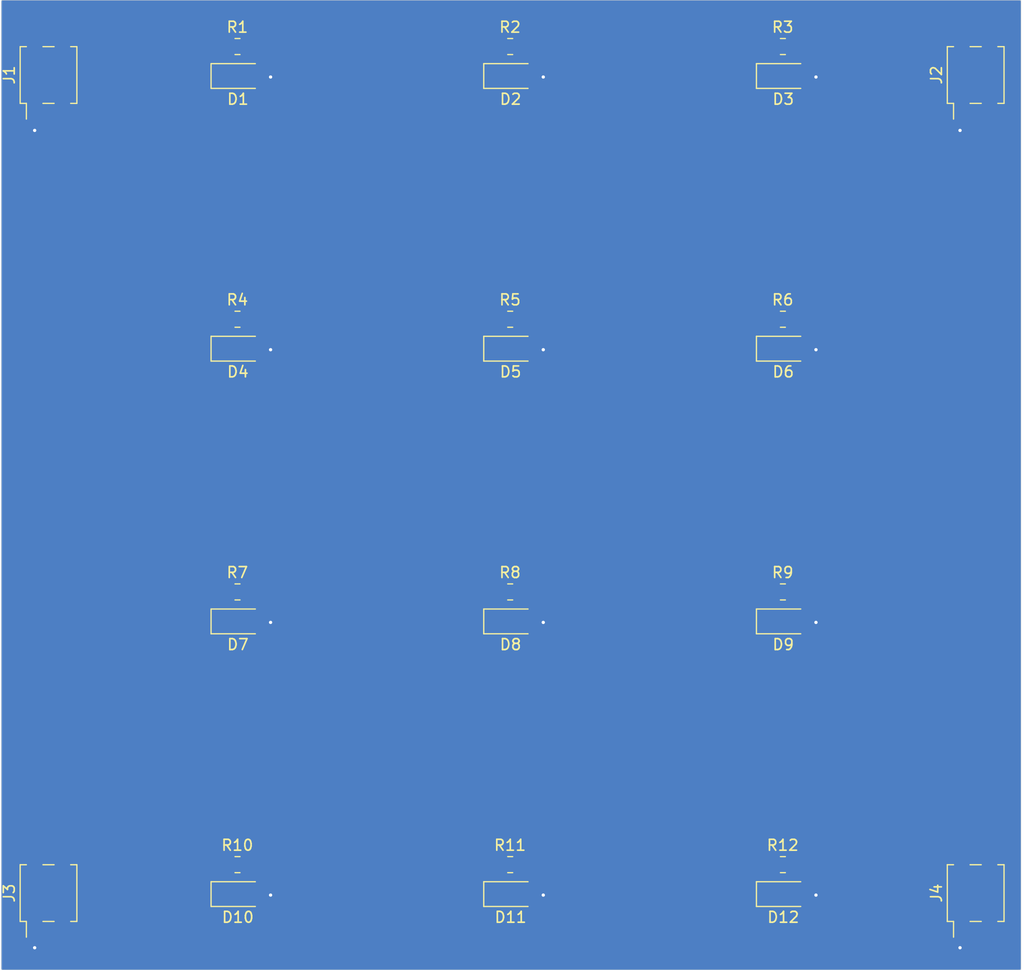
<source format=kicad_pcb>
(kicad_pcb (version 20221018) (generator pcbnew)
  (title_block (rev "1"))
  (layers (0 "F.Cu" signal "Front") (31 "B.Cu" signal "Back") (34 "B.Paste" user) (35 "F.Paste" user) (36 "B.SilkS" user "B.Silkscreen") (37 "F.SilkS" user "F.Silkscreen") (38 "B.Mask" user) (39 "F.Mask" user) (44 "Edge.Cuts" user))
  (net 0 "")
  (net 1 "Net-(D1-K)")
  (net 2 "/VLED")
  (net 3 "Net-(D2-K)")
  (net 4 "Net-(D3-K)")
  (net 5 "Net-(D4-K)")
  (net 6 "Net-(D5-K)")
  (net 7 "Net-(D6-K)")
  (net 8 "Net-(D7-K)")
  (net 9 "Net-(D8-K)")
  (net 10 "Net-(D9-K)")
  (net 11 "Net-(D10-K)")
  (net 12 "Net-(D11-K)")
  (net 13 "Net-(D12-K)")
  (net 14 "/LED1")
  (net 15 "/LED2")
  (net 16 "/LED3")
  (net 17 "/LED4")
  (net 18 "/LED5")
  (net 19 "/LED6")
  (net 20 "/LED7")
  (net 21 "/LED8")
  (net 22 "/LED9")
  (net 23 "/LED10")
  (net 24 "/LED11")
  (net 25 "/LED12")
  (footprint "Connector_PinHeader_2.54mm:PinHeader_2x02_P2.54mm_Vertical_SMD" (layer "F.Cu") (at 100.33 129.864 90)
    (fp_text reference "J3" (at 0 -3.6 90) (layer "F.SilkS"))
    (fp_text value "LED BOARD 3")
    (fp_line (start -4.04 -2.03) (end -2.6 -2.03) (stroke (width 0.12)) (layer "F.SilkS"))
    (fp_line (start -2.6 -2.6) (end -2.6 -2.03) (stroke (width 0.12)) (layer "F.SilkS"))
    (fp_line (start -2.6 -2.6) (end 2.6 -2.6) (stroke (width 0.12)) (layer "F.SilkS"))
    (fp_line (start -2.6 -0.51) (end -2.6 0.51) (stroke (width 0.12)) (layer "F.SilkS"))
    (fp_line (start -2.6 2.03) (end -2.6 2.6) (stroke (width 0.12)) (layer "F.SilkS"))
    (fp_line (start -2.6 2.6) (end 2.6 2.6) (stroke (width 0.12)) (layer "F.SilkS"))
    (fp_line (start 2.6 -2.6) (end 2.6 -2.03) (stroke (width 0.12)) (layer "F.SilkS"))
    (fp_line (start 2.6 -0.51) (end 2.6 0.51) (stroke (width 0.12)) (layer "F.SilkS"))
    (fp_line (start 2.6 2.03) (end 2.6 2.6) (stroke (width 0.12)) (layer "F.SilkS"))
    (pad "1" smd rect (at -2.525 -1.27 90) (size 3.15 1) (layers "F.Cu" "F.Paste" "F.Mask") (net 2 "/VLED"))
    (pad "2" smd rect (at 2.525 -1.27 90) (size 3.15 1) (layers "F.Cu" "F.Paste" "F.Mask") (net 20 "/LED7"))
    (pad "3" smd rect (at -2.525 1.27 90) (size 3.15 1) (layers "F.Cu" "F.Paste" "F.Mask") (net 21 "/LED8"))
    (pad "4" smd rect (at 2.525 1.27 90) (size 3.15 1) (layers "F.Cu" "F.Paste" "F.Mask") (net 22 "/LED9"))
  )
  (footprint "Resistor_SMD:R_0805_2012Metric_Pad1.20x1.40mm_HandSolder" (layer "F.Cu") (at 167.656 102.254 180)
    (fp_text reference "R9" (at 0.016 1.778) (layer "F.SilkS"))
    (fp_text value "4.7k")
    (fp_line (start -0.227064 -0.735) (end 0.227064 -0.735) (stroke (width 0.12)) (layer "F.SilkS"))
    (fp_line (start -0.227064 0.735) (end 0.227064 0.735) (stroke (width 0.12)) (layer "F.SilkS"))
    (pad "1" smd roundrect (at -1 0 180) (size 1.2 1.4) (layers "F.Cu" "F.Paste" "F.Mask") (roundrect_rratio 0.208333) (net 22 "/LED9"))
    (pad "2" smd roundrect (at 1 0 180) (size 1.2 1.4) (layers "F.Cu" "F.Paste" "F.Mask") (roundrect_rratio 0.208333) (net 10 "Net-(D9-K)"))
  )
  (footprint "LED_SMD:LED_1206_3216Metric_Pad1.42x1.75mm_HandSolder" (layer "F.Cu") (at 117.691 129.956)
    (fp_text reference "D10" (at 0 2.124) (layer "F.SilkS"))
    (fp_text value "LED" hide)
    (fp_line (start -2.46 -1.135) (end -2.46 1.135) (stroke (width 0.12)) (layer "F.SilkS"))
    (fp_line (start -2.46 1.135) (end 1.6 1.135) (stroke (width 0.12)) (layer "F.SilkS"))
    (fp_line (start 1.6 -1.135) (end -2.46 -1.135) (stroke (width 0.12)) (layer "F.SilkS"))
    (pad "1" smd roundrect (at -1.4875 0) (size 1.425 1.75) (layers "F.Cu" "F.Paste" "F.Mask") (roundrect_rratio 0.175439) (net 11 "Net-(D10-K)"))
    (pad "2" smd roundrect (at 1.4875 0) (size 1.425 1.75) (layers "F.Cu" "F.Paste" "F.Mask") (roundrect_rratio 0.175439) (net 2 "/VLED"))
  )
  (footprint "LED_SMD:LED_1206_3216Metric_Pad1.42x1.75mm_HandSolder" (layer "F.Cu") (at 117.691 54.956)
    (fp_text reference "D1" (at 0 2.124) (layer "F.SilkS"))
    (fp_text value "LED" hide)
    (fp_line (start -2.46 -1.135) (end -2.46 1.135) (stroke (width 0.12)) (layer "F.SilkS"))
    (fp_line (start -2.46 1.135) (end 1.6 1.135) (stroke (width 0.12)) (layer "F.SilkS"))
    (fp_line (start 1.6 -1.135) (end -2.46 -1.135) (stroke (width 0.12)) (layer "F.SilkS"))
    (pad "1" smd roundrect (at -1.4875 0) (size 1.425 1.75) (layers "F.Cu" "F.Paste" "F.Mask") (roundrect_rratio 0.175439) (net 1 "Net-(D1-K)"))
    (pad "2" smd roundrect (at 1.4875 0) (size 1.425 1.75) (layers "F.Cu" "F.Paste" "F.Mask") (roundrect_rratio 0.175439) (net 2 "/VLED"))
  )
  (footprint "Connector_PinHeader_2.54mm:PinHeader_2x02_P2.54mm_Vertical_SMD" (layer "F.Cu") (at 185.33 129.864 90)
    (fp_text reference "J4" (at 0 -3.6 90) (layer "F.SilkS"))
    (fp_text value "LED BOARD 4")
    (fp_line (start -4.04 -2.03) (end -2.6 -2.03) (stroke (width 0.12)) (layer "F.SilkS"))
    (fp_line (start -2.6 -2.6) (end -2.6 -2.03) (stroke (width 0.12)) (layer "F.SilkS"))
    (fp_line (start -2.6 -2.6) (end 2.6 -2.6) (stroke (width 0.12)) (layer "F.SilkS"))
    (fp_line (start -2.6 -0.51) (end -2.6 0.51) (stroke (width 0.12)) (layer "F.SilkS"))
    (fp_line (start -2.6 2.03) (end -2.6 2.6) (stroke (width 0.12)) (layer "F.SilkS"))
    (fp_line (start -2.6 2.6) (end 2.6 2.6) (stroke (width 0.12)) (layer "F.SilkS"))
    (fp_line (start 2.6 -2.6) (end 2.6 -2.03) (stroke (width 0.12)) (layer "F.SilkS"))
    (fp_line (start 2.6 -0.51) (end 2.6 0.51) (stroke (width 0.12)) (layer "F.SilkS"))
    (fp_line (start 2.6 2.03) (end 2.6 2.6) (stroke (width 0.12)) (layer "F.SilkS"))
    (pad "1" smd rect (at -2.525 -1.27 90) (size 3.15 1) (layers "F.Cu" "F.Paste" "F.Mask") (net 2 "/VLED"))
    (pad "2" smd rect (at 2.525 -1.27 90) (size 3.15 1) (layers "F.Cu" "F.Paste" "F.Mask") (net 23 "/LED10"))
    (pad "3" smd rect (at -2.525 1.27 90) (size 3.15 1) (layers "F.Cu" "F.Paste" "F.Mask") (net 24 "/LED11"))
    (pad "4" smd rect (at 2.525 1.27 90) (size 3.15 1) (layers "F.Cu" "F.Paste" "F.Mask") (net 25 "/LED12"))
  )
  (footprint "Resistor_SMD:R_0805_2012Metric_Pad1.20x1.40mm_HandSolder" (layer "F.Cu") (at 167.656 52.254 180)
    (fp_text reference "R3" (at 0.016 1.778) (layer "F.SilkS"))
    (fp_text value "4.7k")
    (fp_line (start -0.227064 -0.735) (end 0.227064 -0.735) (stroke (width 0.12)) (layer "F.SilkS"))
    (fp_line (start -0.227064 0.735) (end 0.227064 0.735) (stroke (width 0.12)) (layer "F.SilkS"))
    (pad "1" smd roundrect (at -1 0 180) (size 1.2 1.4) (layers "F.Cu" "F.Paste" "F.Mask") (roundrect_rratio 0.208333) (net 16 "/LED3"))
    (pad "2" smd roundrect (at 1 0 180) (size 1.2 1.4) (layers "F.Cu" "F.Paste" "F.Mask") (roundrect_rratio 0.208333) (net 4 "Net-(D3-K)"))
  )
  (footprint "LED_SMD:LED_1206_3216Metric_Pad1.42x1.75mm_HandSolder" (layer "F.Cu") (at 117.691 104.956)
    (fp_text reference "D7" (at 0 2.124) (layer "F.SilkS"))
    (fp_text value "LED" hide)
    (fp_line (start -2.46 -1.135) (end -2.46 1.135) (stroke (width 0.12)) (layer "F.SilkS"))
    (fp_line (start -2.46 1.135) (end 1.6 1.135) (stroke (width 0.12)) (layer "F.SilkS"))
    (fp_line (start 1.6 -1.135) (end -2.46 -1.135) (stroke (width 0.12)) (layer "F.SilkS"))
    (pad "1" smd roundrect (at -1.4875 0) (size 1.425 1.75) (layers "F.Cu" "F.Paste" "F.Mask") (roundrect_rratio 0.175439) (net 8 "Net-(D7-K)"))
    (pad "2" smd roundrect (at 1.4875 0) (size 1.425 1.75) (layers "F.Cu" "F.Paste" "F.Mask") (roundrect_rratio 0.175439) (net 2 "/VLED"))
  )
  (footprint "LED_SMD:LED_1206_3216Metric_Pad1.42x1.75mm_HandSolder" (layer "F.Cu") (at 167.691 79.956)
    (fp_text reference "D6" (at 0 2.124) (layer "F.SilkS"))
    (fp_text value "LED" hide)
    (fp_line (start -2.46 -1.135) (end -2.46 1.135) (stroke (width 0.12)) (layer "F.SilkS"))
    (fp_line (start -2.46 1.135) (end 1.6 1.135) (stroke (width 0.12)) (layer "F.SilkS"))
    (fp_line (start 1.6 -1.135) (end -2.46 -1.135) (stroke (width 0.12)) (layer "F.SilkS"))
    (pad "1" smd roundrect (at -1.4875 0) (size 1.425 1.75) (layers "F.Cu" "F.Paste" "F.Mask") (roundrect_rratio 0.175439) (net 7 "Net-(D6-K)"))
    (pad "2" smd roundrect (at 1.4875 0) (size 1.425 1.75) (layers "F.Cu" "F.Paste" "F.Mask") (roundrect_rratio 0.175439) (net 2 "/VLED"))
  )
  (footprint "LED_SMD:LED_1206_3216Metric_Pad1.42x1.75mm_HandSolder" (layer "F.Cu") (at 142.691 129.956)
    (fp_text reference "D11" (at 0 2.124) (layer "F.SilkS"))
    (fp_text value "LED" hide)
    (fp_line (start -2.46 -1.135) (end -2.46 1.135) (stroke (width 0.12)) (layer "F.SilkS"))
    (fp_line (start -2.46 1.135) (end 1.6 1.135) (stroke (width 0.12)) (layer "F.SilkS"))
    (fp_line (start 1.6 -1.135) (end -2.46 -1.135) (stroke (width 0.12)) (layer "F.SilkS"))
    (pad "1" smd roundrect (at -1.4875 0) (size 1.425 1.75) (layers "F.Cu" "F.Paste" "F.Mask") (roundrect_rratio 0.175439) (net 12 "Net-(D11-K)"))
    (pad "2" smd roundrect (at 1.4875 0) (size 1.425 1.75) (layers "F.Cu" "F.Paste" "F.Mask") (roundrect_rratio 0.175439) (net 2 "/VLED"))
  )
  (footprint "Resistor_SMD:R_0805_2012Metric_Pad1.20x1.40mm_HandSolder" (layer "F.Cu") (at 167.656 127.254 180)
    (fp_text reference "R12" (at 0.016 1.778) (layer "F.SilkS"))
    (fp_text value "4.7k")
    (fp_line (start -0.227064 -0.735) (end 0.227064 -0.735) (stroke (width 0.12)) (layer "F.SilkS"))
    (fp_line (start -0.227064 0.735) (end 0.227064 0.735) (stroke (width 0.12)) (layer "F.SilkS"))
    (pad "1" smd roundrect (at -1 0 180) (size 1.2 1.4) (layers "F.Cu" "F.Paste" "F.Mask") (roundrect_rratio 0.208333) (net 25 "/LED12"))
    (pad "2" smd roundrect (at 1 0 180) (size 1.2 1.4) (layers "F.Cu" "F.Paste" "F.Mask") (roundrect_rratio 0.208333) (net 13 "Net-(D12-K)"))
  )
  (footprint "Resistor_SMD:R_0805_2012Metric_Pad1.20x1.40mm_HandSolder" (layer "F.Cu") (at 117.656 127.254 180)
    (fp_text reference "R10" (at 0.016 1.778) (layer "F.SilkS"))
    (fp_text value "4.7k")
    (fp_line (start -0.227064 -0.735) (end 0.227064 -0.735) (stroke (width 0.12)) (layer "F.SilkS"))
    (fp_line (start -0.227064 0.735) (end 0.227064 0.735) (stroke (width 0.12)) (layer "F.SilkS"))
    (pad "1" smd roundrect (at -1 0 180) (size 1.2 1.4) (layers "F.Cu" "F.Paste" "F.Mask") (roundrect_rratio 0.208333) (net 23 "/LED10"))
    (pad "2" smd roundrect (at 1 0 180) (size 1.2 1.4) (layers "F.Cu" "F.Paste" "F.Mask") (roundrect_rratio 0.208333) (net 11 "Net-(D10-K)"))
  )
  (footprint "LED_SMD:LED_1206_3216Metric_Pad1.42x1.75mm_HandSolder" (layer "F.Cu") (at 167.691 54.956)
    (fp_text reference "D3" (at 0 2.124) (layer "F.SilkS"))
    (fp_text value "LED" hide)
    (fp_line (start -2.46 -1.135) (end -2.46 1.135) (stroke (width 0.12)) (layer "F.SilkS"))
    (fp_line (start -2.46 1.135) (end 1.6 1.135) (stroke (width 0.12)) (layer "F.SilkS"))
    (fp_line (start 1.6 -1.135) (end -2.46 -1.135) (stroke (width 0.12)) (layer "F.SilkS"))
    (pad "1" smd roundrect (at -1.4875 0) (size 1.425 1.75) (layers "F.Cu" "F.Paste" "F.Mask") (roundrect_rratio 0.175439) (net 4 "Net-(D3-K)"))
    (pad "2" smd roundrect (at 1.4875 0) (size 1.425 1.75) (layers "F.Cu" "F.Paste" "F.Mask") (roundrect_rratio 0.175439) (net 2 "/VLED"))
  )
  (footprint "Resistor_SMD:R_0805_2012Metric_Pad1.20x1.40mm_HandSolder" (layer "F.Cu") (at 117.656 52.254 180)
    (fp_text reference "R1" (at 0.016 1.778) (layer "F.SilkS"))
    (fp_text value "4.7k")
    (fp_line (start -0.227064 -0.735) (end 0.227064 -0.735) (stroke (width 0.12)) (layer "F.SilkS"))
    (fp_line (start -0.227064 0.735) (end 0.227064 0.735) (stroke (width 0.12)) (layer "F.SilkS"))
    (pad "1" smd roundrect (at -1 0 180) (size 1.2 1.4) (layers "F.Cu" "F.Paste" "F.Mask") (roundrect_rratio 0.208333) (net 14 "/LED1"))
    (pad "2" smd roundrect (at 1 0 180) (size 1.2 1.4) (layers "F.Cu" "F.Paste" "F.Mask") (roundrect_rratio 0.208333) (net 1 "Net-(D1-K)"))
  )
  (footprint "LED_SMD:LED_1206_3216Metric_Pad1.42x1.75mm_HandSolder" (layer "F.Cu") (at 142.691 54.956)
    (fp_text reference "D2" (at 0 2.124) (layer "F.SilkS"))
    (fp_text value "LED" hide)
    (fp_line (start -2.46 -1.135) (end -2.46 1.135) (stroke (width 0.12)) (layer "F.SilkS"))
    (fp_line (start -2.46 1.135) (end 1.6 1.135) (stroke (width 0.12)) (layer "F.SilkS"))
    (fp_line (start 1.6 -1.135) (end -2.46 -1.135) (stroke (width 0.12)) (layer "F.SilkS"))
    (pad "1" smd roundrect (at -1.4875 0) (size 1.425 1.75) (layers "F.Cu" "F.Paste" "F.Mask") (roundrect_rratio 0.175439) (net 3 "Net-(D2-K)"))
    (pad "2" smd roundrect (at 1.4875 0) (size 1.425 1.75) (layers "F.Cu" "F.Paste" "F.Mask") (roundrect_rratio 0.175439) (net 2 "/VLED"))
  )
  (footprint "LED_SMD:LED_1206_3216Metric_Pad1.42x1.75mm_HandSolder" (layer "F.Cu") (at 167.691 129.956)
    (fp_text reference "D12" (at 0 2.124) (layer "F.SilkS"))
    (fp_text value "LED" hide)
    (fp_line (start -2.46 -1.135) (end -2.46 1.135) (stroke (width 0.12)) (layer "F.SilkS"))
    (fp_line (start -2.46 1.135) (end 1.6 1.135) (stroke (width 0.12)) (layer "F.SilkS"))
    (fp_line (start 1.6 -1.135) (end -2.46 -1.135) (stroke (width 0.12)) (layer "F.SilkS"))
    (pad "1" smd roundrect (at -1.4875 0) (size 1.425 1.75) (layers "F.Cu" "F.Paste" "F.Mask") (roundrect_rratio 0.175439) (net 13 "Net-(D12-K)"))
    (pad "2" smd roundrect (at 1.4875 0) (size 1.425 1.75) (layers "F.Cu" "F.Paste" "F.Mask") (roundrect_rratio 0.175439) (net 2 "/VLED"))
  )
  (footprint "LED_SMD:LED_1206_3216Metric_Pad1.42x1.75mm_HandSolder" (layer "F.Cu") (at 142.691 104.956)
    (fp_text reference "D8" (at 0 2.124) (layer "F.SilkS"))
    (fp_text value "LED" hide)
    (fp_line (start -2.46 -1.135) (end -2.46 1.135) (stroke (width 0.12)) (layer "F.SilkS"))
    (fp_line (start -2.46 1.135) (end 1.6 1.135) (stroke (width 0.12)) (layer "F.SilkS"))
    (fp_line (start 1.6 -1.135) (end -2.46 -1.135) (stroke (width 0.12)) (layer "F.SilkS"))
    (pad "1" smd roundrect (at -1.4875 0) (size 1.425 1.75) (layers "F.Cu" "F.Paste" "F.Mask") (roundrect_rratio 0.175439) (net 9 "Net-(D8-K)"))
    (pad "2" smd roundrect (at 1.4875 0) (size 1.425 1.75) (layers "F.Cu" "F.Paste" "F.Mask") (roundrect_rratio 0.175439) (net 2 "/VLED"))
  )
  (footprint "Resistor_SMD:R_0805_2012Metric_Pad1.20x1.40mm_HandSolder" (layer "F.Cu") (at 167.656 77.254 180)
    (fp_text reference "R6" (at 0.016 1.778) (layer "F.SilkS"))
    (fp_text value "4.7k")
    (fp_line (start -0.227064 -0.735) (end 0.227064 -0.735) (stroke (width 0.12)) (layer "F.SilkS"))
    (fp_line (start -0.227064 0.735) (end 0.227064 0.735) (stroke (width 0.12)) (layer "F.SilkS"))
    (pad "1" smd roundrect (at -1 0 180) (size 1.2 1.4) (layers "F.Cu" "F.Paste" "F.Mask") (roundrect_rratio 0.208333) (net 19 "/LED6"))
    (pad "2" smd roundrect (at 1 0 180) (size 1.2 1.4) (layers "F.Cu" "F.Paste" "F.Mask") (roundrect_rratio 0.208333) (net 7 "Net-(D6-K)"))
  )
  (footprint "Connector_PinHeader_2.54mm:PinHeader_2x02_P2.54mm_Vertical_SMD" (layer "F.Cu") (at 185.33 54.864 90)
    (fp_text reference "J2" (at 0 -3.6 90) (layer "F.SilkS"))
    (fp_text value "LED BOARD 2")
    (fp_line (start -4.04 -2.03) (end -2.6 -2.03) (stroke (width 0.12)) (layer "F.SilkS"))
    (fp_line (start -2.6 -2.6) (end -2.6 -2.03) (stroke (width 0.12)) (layer "F.SilkS"))
    (fp_line (start -2.6 -2.6) (end 2.6 -2.6) (stroke (width 0.12)) (layer "F.SilkS"))
    (fp_line (start -2.6 -0.51) (end -2.6 0.51) (stroke (width 0.12)) (layer "F.SilkS"))
    (fp_line (start -2.6 2.03) (end -2.6 2.6) (stroke (width 0.12)) (layer "F.SilkS"))
    (fp_line (start -2.6 2.6) (end 2.6 2.6) (stroke (width 0.12)) (layer "F.SilkS"))
    (fp_line (start 2.6 -2.6) (end 2.6 -2.03) (stroke (width 0.12)) (layer "F.SilkS"))
    (fp_line (start 2.6 -0.51) (end 2.6 0.51) (stroke (width 0.12)) (layer "F.SilkS"))
    (fp_line (start 2.6 2.03) (end 2.6 2.6) (stroke (width 0.12)) (layer "F.SilkS"))
    (pad "1" smd rect (at -2.525 -1.27 90) (size 3.15 1) (layers "F.Cu" "F.Paste" "F.Mask") (net 2 "/VLED"))
    (pad "2" smd rect (at 2.525 -1.27 90) (size 3.15 1) (layers "F.Cu" "F.Paste" "F.Mask") (net 17 "/LED4"))
    (pad "3" smd rect (at -2.525 1.27 90) (size 3.15 1) (layers "F.Cu" "F.Paste" "F.Mask") (net 18 "/LED5"))
    (pad "4" smd rect (at 2.525 1.27 90) (size 3.15 1) (layers "F.Cu" "F.Paste" "F.Mask") (net 19 "/LED6"))
  )
  (footprint "Resistor_SMD:R_0805_2012Metric_Pad1.20x1.40mm_HandSolder" (layer "F.Cu") (at 117.656 102.254 180)
    (fp_text reference "R7" (at 0.016 1.778) (layer "F.SilkS"))
    (fp_text value "4.7k")
    (fp_line (start -0.227064 -0.735) (end 0.227064 -0.735) (stroke (width 0.12)) (layer "F.SilkS"))
    (fp_line (start -0.227064 0.735) (end 0.227064 0.735) (stroke (width 0.12)) (layer "F.SilkS"))
    (pad "1" smd roundrect (at -1 0 180) (size 1.2 1.4) (layers "F.Cu" "F.Paste" "F.Mask") (roundrect_rratio 0.208333) (net 20 "/LED7"))
    (pad "2" smd roundrect (at 1 0 180) (size 1.2 1.4) (layers "F.Cu" "F.Paste" "F.Mask") (roundrect_rratio 0.208333) (net 8 "Net-(D7-K)"))
  )
  (footprint "Connector_PinHeader_2.54mm:PinHeader_2x02_P2.54mm_Vertical_SMD" (layer "F.Cu") (at 100.33 54.864 90)
    (fp_text reference "J1" (at 0 -3.6 90) (layer "F.SilkS"))
    (fp_text value "LED BOARD 1")
    (fp_line (start -4.04 -2.03) (end -2.6 -2.03) (stroke (width 0.12)) (layer "F.SilkS"))
    (fp_line (start -2.6 -2.6) (end -2.6 -2.03) (stroke (width 0.12)) (layer "F.SilkS"))
    (fp_line (start -2.6 -2.6) (end 2.6 -2.6) (stroke (width 0.12)) (layer "F.SilkS"))
    (fp_line (start -2.6 -0.51) (end -2.6 0.51) (stroke (width 0.12)) (layer "F.SilkS"))
    (fp_line (start -2.6 2.03) (end -2.6 2.6) (stroke (width 0.12)) (layer "F.SilkS"))
    (fp_line (start -2.6 2.6) (end 2.6 2.6) (stroke (width 0.12)) (layer "F.SilkS"))
    (fp_line (start 2.6 -2.6) (end 2.6 -2.03) (stroke (width 0.12)) (layer "F.SilkS"))
    (fp_line (start 2.6 -0.51) (end 2.6 0.51) (stroke (width 0.12)) (layer "F.SilkS"))
    (fp_line (start 2.6 2.03) (end 2.6 2.6) (stroke (width 0.12)) (layer "F.SilkS"))
    (pad "1" smd rect (at -2.525 -1.27 90) (size 3.15 1) (layers "F.Cu" "F.Paste" "F.Mask") (net 2 "/VLED"))
    (pad "2" smd rect (at 2.525 -1.27 90) (size 3.15 1) (layers "F.Cu" "F.Paste" "F.Mask") (net 14 "/LED1"))
    (pad "3" smd rect (at -2.525 1.27 90) (size 3.15 1) (layers "F.Cu" "F.Paste" "F.Mask") (net 15 "/LED2"))
    (pad "4" smd rect (at 2.525 1.27 90) (size 3.15 1) (layers "F.Cu" "F.Paste" "F.Mask") (net 16 "/LED3"))
  )
  (footprint "LED_SMD:LED_1206_3216Metric_Pad1.42x1.75mm_HandSolder" (layer "F.Cu") (at 167.691 104.956)
    (fp_text reference "D9" (at 0 2.124) (layer "F.SilkS"))
    (fp_text value "LED" hide)
    (fp_line (start -2.46 -1.135) (end -2.46 1.135) (stroke (width 0.12)) (layer "F.SilkS"))
    (fp_line (start -2.46 1.135) (end 1.6 1.135) (stroke (width 0.12)) (layer "F.SilkS"))
    (fp_line (start 1.6 -1.135) (end -2.46 -1.135) (stroke (width 0.12)) (layer "F.SilkS"))
    (pad "1" smd roundrect (at -1.4875 0) (size 1.425 1.75) (layers "F.Cu" "F.Paste" "F.Mask") (roundrect_rratio 0.175439) (net 10 "Net-(D9-K)"))
    (pad "2" smd roundrect (at 1.4875 0) (size 1.425 1.75) (layers "F.Cu" "F.Paste" "F.Mask") (roundrect_rratio 0.175439) (net 2 "/VLED"))
  )
  (footprint "LED_SMD:LED_1206_3216Metric_Pad1.42x1.75mm_HandSolder" (layer "F.Cu") (at 117.691 79.956)
    (fp_text reference "D4" (at 0 2.124) (layer "F.SilkS"))
    (fp_text value "LED" hide)
    (fp_line (start -2.46 -1.135) (end -2.46 1.135) (stroke (width 0.12)) (layer "F.SilkS"))
    (fp_line (start -2.46 1.135) (end 1.6 1.135) (stroke (width 0.12)) (layer "F.SilkS"))
    (fp_line (start 1.6 -1.135) (end -2.46 -1.135) (stroke (width 0.12)) (layer "F.SilkS"))
    (pad "1" smd roundrect (at -1.4875 0) (size 1.425 1.75) (layers "F.Cu" "F.Paste" "F.Mask") (roundrect_rratio 0.175439) (net 5 "Net-(D4-K)"))
    (pad "2" smd roundrect (at 1.4875 0) (size 1.425 1.75) (layers "F.Cu" "F.Paste" "F.Mask") (roundrect_rratio 0.175439) (net 2 "/VLED"))
  )
  (footprint "Resistor_SMD:R_0805_2012Metric_Pad1.20x1.40mm_HandSolder" (layer "F.Cu") (at 142.656 77.254 180)
    (fp_text reference "R5" (at 0.016 1.778) (layer "F.SilkS"))
    (fp_text value "4.7k")
    (fp_line (start -0.227064 -0.735) (end 0.227064 -0.735) (stroke (width 0.12)) (layer "F.SilkS"))
    (fp_line (start -0.227064 0.735) (end 0.227064 0.735) (stroke (width 0.12)) (layer "F.SilkS"))
    (pad "1" smd roundrect (at -1 0 180) (size 1.2 1.4) (layers "F.Cu" "F.Paste" "F.Mask") (roundrect_rratio 0.208333) (net 18 "/LED5"))
    (pad "2" smd roundrect (at 1 0 180) (size 1.2 1.4) (layers "F.Cu" "F.Paste" "F.Mask") (roundrect_rratio 0.208333) (net 6 "Net-(D5-K)"))
  )
  (footprint "Resistor_SMD:R_0805_2012Metric_Pad1.20x1.40mm_HandSolder" (layer "F.Cu") (at 142.656 52.254 180)
    (fp_text reference "R2" (at 0.016 1.778) (layer "F.SilkS"))
    (fp_text value "4.7k")
    (fp_line (start -0.227064 -0.735) (end 0.227064 -0.735) (stroke (width 0.12)) (layer "F.SilkS"))
    (fp_line (start -0.227064 0.735) (end 0.227064 0.735) (stroke (width 0.12)) (layer "F.SilkS"))
    (pad "1" smd roundrect (at -1 0 180) (size 1.2 1.4) (layers "F.Cu" "F.Paste" "F.Mask") (roundrect_rratio 0.208333) (net 15 "/LED2"))
    (pad "2" smd roundrect (at 1 0 180) (size 1.2 1.4) (layers "F.Cu" "F.Paste" "F.Mask") (roundrect_rratio 0.208333) (net 3 "Net-(D2-K)"))
  )
  (footprint "Resistor_SMD:R_0805_2012Metric_Pad1.20x1.40mm_HandSolder" (layer "F.Cu") (at 117.656 77.254 180)
    (fp_text reference "R4" (at 0.016 1.778) (layer "F.SilkS"))
    (fp_text value "4.7k")
    (fp_line (start -0.227064 -0.735) (end 0.227064 -0.735) (stroke (width 0.12)) (layer "F.SilkS"))
    (fp_line (start -0.227064 0.735) (end 0.227064 0.735) (stroke (width 0.12)) (layer "F.SilkS"))
    (pad "1" smd roundrect (at -1 0 180) (size 1.2 1.4) (layers "F.Cu" "F.Paste" "F.Mask") (roundrect_rratio 0.208333) (net 17 "/LED4"))
    (pad "2" smd roundrect (at 1 0 180) (size 1.2 1.4) (layers "F.Cu" "F.Paste" "F.Mask") (roundrect_rratio 0.208333) (net 5 "Net-(D4-K)"))
  )
  (footprint "Resistor_SMD:R_0805_2012Metric_Pad1.20x1.40mm_HandSolder" (layer "F.Cu") (at 142.656 102.254 180)
    (fp_text reference "R8" (at 0.016 1.778) (layer "F.SilkS"))
    (fp_text value "4.7k")
    (fp_line (start -0.227064 -0.735) (end 0.227064 -0.735) (stroke (width 0.12)) (layer "F.SilkS"))
    (fp_line (start -0.227064 0.735) (end 0.227064 0.735) (stroke (width 0.12)) (layer "F.SilkS"))
    (pad "1" smd roundrect (at -1 0 180) (size 1.2 1.4) (layers "F.Cu" "F.Paste" "F.Mask") (roundrect_rratio 0.208333) (net 21 "/LED8"))
    (pad "2" smd roundrect (at 1 0 180) (size 1.2 1.4) (layers "F.Cu" "F.Paste" "F.Mask") (roundrect_rratio 0.208333) (net 9 "Net-(D8-K)"))
  )
  (footprint "Resistor_SMD:R_0805_2012Metric_Pad1.20x1.40mm_HandSolder" (layer "F.Cu") (at 142.656 127.254 180)
    (fp_text reference "R11" (at 0.016 1.778) (layer "F.SilkS"))
    (fp_text value "4.7k")
    (fp_line (start -0.227064 -0.735) (end 0.227064 -0.735) (stroke (width 0.12)) (layer "F.SilkS"))
    (fp_line (start -0.227064 0.735) (end 0.227064 0.735) (stroke (width 0.12)) (layer "F.SilkS"))
    (pad "1" smd roundrect (at -1 0 180) (size 1.2 1.4) (layers "F.Cu" "F.Paste" "F.Mask") (roundrect_rratio 0.208333) (net 24 "/LED11"))
    (pad "2" smd roundrect (at 1 0 180) (size 1.2 1.4) (layers "F.Cu" "F.Paste" "F.Mask") (roundrect_rratio 0.208333) (net 12 "Net-(D11-K)"))
  )
  (footprint "LED_SMD:LED_1206_3216Metric_Pad1.42x1.75mm_HandSolder" (layer "F.Cu") (at 142.691 79.956)
    (fp_text reference "D5" (at 0 2.124) (layer "F.SilkS"))
    (fp_text value "LED" hide)
    (fp_line (start -2.46 -1.135) (end -2.46 1.135) (stroke (width 0.12)) (layer "F.SilkS"))
    (fp_line (start -2.46 1.135) (end 1.6 1.135) (stroke (width 0.12)) (layer "F.SilkS"))
    (fp_line (start 1.6 -1.135) (end -2.46 -1.135) (stroke (width 0.12)) (layer "F.SilkS"))
    (pad "1" smd roundrect (at -1.4875 0) (size 1.425 1.75) (layers "F.Cu" "F.Paste" "F.Mask") (roundrect_rratio 0.175439) (net 6 "Net-(D5-K)"))
    (pad "2" smd roundrect (at 1.4875 0) (size 1.425 1.75) (layers "F.Cu" "F.Paste" "F.Mask") (roundrect_rratio 0.175439) (net 2 "/VLED"))
  )
  (gr_rect (start 96.012 48.006) (end 189.484 136.906) (stroke (width 0.0381)) (fill none) (layer "Edge.Cuts"))
  (segment (start 116.656 52.254) (end 116.656 54.5035) (width 0.4) (layer "F.Cu") (net 1))
  (segment (start 116.656 54.5035) (end 116.2035 54.956) (width 0.4) (layer "F.Cu") (net 1))
  (segment (start 144.1785 104.956) (end 145.596 104.956) (width 0.4) (layer "F.Cu") (net 2))
  (segment (start 120.596 54.956) (end 120.688 55.048) (width 0.4) (layer "F.Cu") (net 2))
  (segment (start 170.596 129.956) (end 170.688 130.048) (width 0.4) (layer "F.Cu") (net 2))
  (segment (start 184.06 59.78) (end 183.896 59.944) (width 0.127) (layer "F.Cu") (net 2))
  (segment (start 169.1785 104.956) (end 170.596 104.956) (width 0.4) (layer "F.Cu") (net 2))
  (segment (start 184.06 134.71) (end 183.896 134.874) (width 0.4) (layer "F.Cu") (net 2))
  (segment (start 144.1785 79.956) (end 145.596 79.956) (width 0.4) (layer "F.Cu") (net 2))
  (segment (start 145.596 54.956) (end 145.688 55.048) (width 0.4) (layer "F.Cu") (net 2))
  (segment (start 120.596 129.956) (end 120.688 130.048) (width 0.4) (layer "F.Cu") (net 2))
  (segment (start 119.1785 129.956) (end 120.596 129.956) (width 0.4) (layer "F.Cu") (net 2))
  (segment (start 119.1785 54.956) (end 120.596 54.956) (width 0.4) (layer "F.Cu") (net 2))
  (segment (start 99.06 59.944) (end 99.06 57.389) (width 0.4) (layer "F.Cu") (net 2))
  (segment (start 184.06 132.389) (end 184.06 134.71) (width 0.4) (layer "F.Cu") (net 2))
  (segment (start 119.1785 79.956) (end 120.596 79.956) (width 0.4) (layer "F.Cu") (net 2))
  (segment (start 145.596 79.956) (end 145.688 80.048) (width 0.4) (layer "F.Cu") (net 2))
  (segment (start 145.596 104.956) (end 145.688 105.048) (width 0.4) (layer "F.Cu") (net 2))
  (segment (start 120.596 104.956) (end 120.688 105.048) (width 0.4) (layer "F.Cu") (net 2))
  (segment (start 145.596 129.956) (end 145.688 130.048) (width 0.4) (layer "F.Cu") (net 2))
  (segment (start 99.06 132.389) (end 99.06 134.874) (width 0.4) (layer "F.Cu") (net 2))
  (segment (start 144.1785 54.956) (end 145.596 54.956) (width 0.4) (layer "F.Cu") (net 2))
  (segment (start 170.596 104.956) (end 170.688 105.048) (width 0.4) (layer "F.Cu") (net 2))
  (segment (start 144.1785 129.956) (end 145.596 129.956) (width 0.4) (layer "F.Cu") (net 2))
  (segment (start 170.596 79.956) (end 170.688 80.048) (width 0.4) (layer "F.Cu") (net 2))
  (segment (start 170.596 54.956) (end 170.688 55.048) (width 0.4) (layer "F.Cu") (net 2))
  (segment (start 169.1785 79.956) (end 170.596 79.956) (width 0.4) (layer "F.Cu") (net 2))
  (segment (start 120.596 79.956) (end 120.688 80.048) (width 0.4) (layer "F.Cu") (net 2))
  (segment (start 169.1785 129.956) (end 170.596 129.956) (width 0.4) (layer "F.Cu") (net 2))
  (segment (start 184.06 57.389) (end 184.06 59.78) (width 0.6) (layer "F.Cu") (net 2))
  (segment (start 169.1785 54.956) (end 170.596 54.956) (width 0.4) (layer "F.Cu") (net 2))
  (segment (start 119.1785 104.956) (end 120.596 104.956) (width 0.4) (layer "F.Cu") (net 2))
  (via (at 145.688 55.048) (size 0.6) (drill 0.3) (layers "F.Cu" "B.Cu") (net 2))
  (via (at 170.688 80.048) (size 0.6) (drill 0.3) (layers "F.Cu" "B.Cu") (net 2))
  (via (at 120.688 130.048) (size 0.6) (drill 0.3) (layers "F.Cu" "B.Cu") (net 2))
  (via (at 170.688 130.048) (size 0.6) (drill 0.3) (layers "F.Cu" "B.Cu") (net 2))
  (via (at 183.896 134.874) (size 0.6) (drill 0.3) (layers "F.Cu" "B.Cu") (net 2))
  (via (at 145.688 130.048) (size 0.6) (drill 0.3) (layers "F.Cu" "B.Cu") (net 2))
  (via (at 170.688 55.048) (size 0.6) (drill 0.3) (layers "F.Cu" "B.Cu") (net 2))
  (via (at 145.688 105.048) (size 0.6) (drill 0.3) (layers "F.Cu" "B.Cu") (net 2))
  (via (at 183.896 59.944) (size 0.6) (drill 0.3) (layers "F.Cu" "B.Cu") (net 2))
  (via (at 120.688 55.048) (size 0.6) (drill 0.3) (layers "F.Cu" "B.Cu") (net 2))
  (via (at 120.688 105.048) (size 0.6) (drill 0.3) (layers "F.Cu" "B.Cu") (net 2))
  (via (at 145.688 80.048) (size 0.6) (drill 0.3) (layers "F.Cu" "B.Cu") (net 2))
  (via (at 120.688 80.048) (size 0.6) (drill 0.3) (layers "F.Cu" "B.Cu") (net 2))
  (via (at 99.06 59.944) (size 0.6) (drill 0.3) (layers "F.Cu" "B.Cu") (net 2))
  (via (at 170.688 105.048) (size 0.6) (drill 0.3) (layers "F.Cu" "B.Cu") (net 2))
  (via (at 99.06 134.874) (size 0.6) (drill 0.3) (layers "F.Cu" "B.Cu") (net 2))
  (segment (start 120.688 105.048) (end 145.688 105.048) (width 0.4) (layer "B.Cu") (net 2))
  (segment (start 115.862 134.874) (end 120.688 130.048) (width 0.4) (layer "B.Cu") (net 2))
  (segment (start 183.896 134.874) (end 175.514 134.874) (width 0.4) (layer "B.Cu") (net 2))
  (segment (start 145.688 130.048) (end 170.688 130.048) (width 0.4) (layer "B.Cu") (net 2))
  (segment (start 183.896 59.944) (end 184.15 60.198) (width 0.6) (layer "B.Cu") (net 2))
  (segment (start 184.15 63.246) (end 184.15 66.586) (width 0.4) (layer "B.Cu") (net 2))
  (segment (start 170.688 105.048) (end 170.688 80.048) (width 0.4) (layer "B.Cu") (net 2))
  (segment (start 184.15 66.586) (end 170.688 80.048) (width 0.4) (layer "B.Cu") (net 2))
  (segment (start 170.688 55.048) (end 173.044 57.404) (width 0.4) (layer "B.Cu") (net 2))
  (segment (start 170.688 80.048) (end 145.688 80.048) (width 0.4) (layer "B.Cu") (net 2))
  (segment (start 120.688 130.048) (end 145.688 130.048) (width 0.4) (layer "B.Cu") (net 2))
  (segment (start 145.688 55.048) (end 170.688 55.048) (width 0.4) (layer "B.Cu") (net 2))
  (segment (start 145.688 80.048) (end 120.688 80.048) (width 0.4) (layer "B.Cu") (net 2))
  (segment (start 120.688 55.048) (end 115.792 59.944) (width 0.4) (layer "B.Cu") (net 2))
  (segment (start 170.688 130.048) (end 170.688 105.048) (width 0.4) (layer "B.Cu") (net 2))
  (segment (start 175.514 134.874) (end 170.688 130.048) (width 0.4) (layer "B.Cu") (net 2))
  (segment (start 115.792 59.944) (end 99.06 59.944) (width 0.4) (layer "B.Cu") (net 2))
  (segment (start 173.044 57.404) (end 178.308 57.404) (width 0.4) (layer "B.Cu") (net 2))
  (segment (start 120.688 55.048) (end 145.688 55.048) (width 0.4) (layer "B.Cu") (net 2))
  (segment (start 99.06 134.874) (end 115.862 134.874) (width 0.4) (layer "B.Cu") (net 2))
  (segment (start 145.688 105.048) (end 170.688 105.048) (width 0.4) (layer "B.Cu") (net 2))
  (segment (start 184.15 60.198) (end 184.15 63.246) (width 0.6) (layer "B.Cu") (net 2))
  (segment (start 178.308 57.404) (end 184.15 63.246) (width 0.4) (layer "B.Cu") (net 2))
  (segment (start 141.656 52.254) (end 141.656 54.5035) (width 0.4) (layer "F.Cu") (net 3))
  (segment (start 141.656 54.5035) (end 141.2035 54.956) (width 0.4) (layer "F.Cu") (net 3))
  (segment (start 166.656 54.5035) (end 166.2035 54.956) (width 0.4) (layer "F.Cu") (net 4))
  (segment (start 166.656 52.254) (end 166.656 54.5035) (width 0.4) (layer "F.Cu") (net 4))
  (segment (start 116.656 79.5035) (end 116.2035 79.956) (width 0.4) (layer "F.Cu") (net 5))
  (segment (start 116.656 77.254) (end 116.656 79.5035) (width 0.4) (layer "F.Cu") (net 5))
  (segment (start 141.656 79.5035) (end 141.2035 79.956) (width 0.4) (layer "F.Cu") (net 6))
  (segment (start 141.656 77.254) (end 141.656 79.5035) (width 0.4) (layer "F.Cu") (net 6))
  (segment (start 166.656 79.5035) (end 166.2035 79.956) (width 0.4) (layer "F.Cu") (net 7))
  (segment (start 166.656 77.254) (end 166.656 79.5035) (width 0.4) (layer "F.Cu") (net 7))
  (segment (start 116.656 104.5035) (end 116.2035 104.956) (width 0.4) (layer "F.Cu") (net 8))
  (segment (start 116.656 102.254) (end 116.656 104.5035) (width 0.4) (layer "F.Cu") (net 8))
  (segment (start 141.656 102.254) (end 141.656 104.5035) (width 0.4) (layer "F.Cu") (net 9))
  (segment (start 141.656 104.5035) (end 141.2035 104.956) (width 0.4) (layer "F.Cu") (net 9))
  (segment (start 166.656 102.254) (end 166.656 104.5035) (width 0.4) (layer "F.Cu") (net 10))
  (segment (start 166.656 104.5035) (end 166.2035 104.956) (width 0.4) (layer "F.Cu") (net 10))
  (segment (start 116.656 127.254) (end 116.656 129.5035) (width 0.4) (layer "F.Cu") (net 11))
  (segment (start 116.656 129.5035) (end 116.2035 129.956) (width 0.4) (layer "F.Cu") (net 11))
  (segment (start 141.656 127.254) (end 141.656 129.5035) (width 0.4) (layer "F.Cu") (net 12))
  (segment (start 141.656 129.5035) (end 141.2035 129.956) (width 0.4) (layer "F.Cu") (net 12))
  (segment (start 166.656 127.254) (end 166.656 129.5035) (width 0.4) (layer "F.Cu") (net 13))
  (segment (start 166.656 129.5035) (end 166.2035 129.956) (width 0.4) (layer "F.Cu") (net 13))
  (segment (start 100.962 50.437) (end 116.839 50.437) (width 0.4) (layer "F.Cu") (net 14))
  (segment (start 116.839 50.437) (end 118.656 52.254) (width 0.4) (layer "F.Cu") (net 14))
  (segment (start 99.06 52.339) (end 100.962 50.437) (width 0.4) (layer "F.Cu") (net 14))
  (segment (start 143.002 50.546) (end 143.656 51.2) (width 0.4) (layer "F.Cu") (net 15))
  (segment (start 131.826 59.436) (end 140.716 50.546) (width 0.4) (layer "F.Cu") (net 15))
  (segment (start 101.6 57.389) (end 103.647 59.436) (width 0.4) (layer "F.Cu") (net 15))
  (segment (start 143.656 51.2) (end 143.656 52.254) (width 0.4) (layer "F.Cu") (net 15))
  (segment (start 103.647 59.436) (end 131.826 59.436) (width 0.4) (layer "F.Cu") (net 15))
  (segment (start 140.716 50.546) (end 143.002 50.546) (width 0.4) (layer "F.Cu") (net 15))
  (segment (start 105.171 52.339) (end 110.744 57.912) (width 0.4) (layer "F.Cu") (net 16))
  (segment (start 166.532 49.276) (end 168.656 51.4) (width 0.4) (layer "F.Cu") (net 16))
  (segment (start 101.6 52.339) (end 105.171 52.339) (width 0.4) (layer "F.Cu") (net 16))
  (segment (start 110.744 57.912) (end 130.556 57.912) (width 0.4) (layer "F.Cu") (net 16))
  (segment (start 139.192 49.276) (end 166.532 49.276) (width 0.4) (layer "F.Cu") (net 16))
  (segment (start 130.556 57.912) (end 139.192 49.276) (width 0.4) (layer "F.Cu") (net 16))
  (segment (start 168.656 51.4) (end 168.656 52.254) (width 0.4) (layer "F.Cu") (net 16))
  (segment (start 179.817 52.339) (end 168.402 63.754) (width 0.4) (layer "F.Cu") (net 17))
  (segment (start 132.156 63.754) (end 118.656 77.254) (width 0.4) (layer "F.Cu") (net 17))
  (segment (start 168.402 63.754) (end 132.156 63.754) (width 0.4) (layer "F.Cu") (net 17))
  (segment (start 184.06 52.339) (end 179.817 52.339) (width 0.4) (layer "F.Cu") (net 17))
  (segment (start 160.998 77.254) (end 183.134 55.118) (width 0.4) (layer "F.Cu") (net 18))
  (segment (start 143.656 77.254) (end 160.998 77.254) (width 0.4) (layer "F.Cu") (net 18))
  (segment (start 185.166 55.118) (end 186.6 56.552) (width 0.4) (layer "F.Cu") (net 18))
  (segment (start 186.6 56.552) (end 186.6 57.389) (width 0.4) (layer "F.Cu") (net 18))
  (segment (start 183.134 55.118) (end 185.166 55.118) (width 0.4) (layer "F.Cu") (net 18))
  (segment (start 187.96 65.786) (end 180.124 65.786) (width 0.4) (layer "F.Cu") (net 19))
  (segment (start 187.96 53.699) (end 187.96 65.786) (width 0.4) (layer "F.Cu") (net 19))
  (segment (start 186.6 52.339) (end 187.96 53.699) (width 0.4) (layer "F.Cu") (net 19))
  (segment (start 180.124 65.786) (end 168.656 77.254) (width 0.4) (layer "F.Cu") (net 19))
  (segment (start 99.06 127.339) (end 99.06 124.968) (width 0.4) (layer "F.Cu") (net 20))
  (segment (start 106.426 123.698) (end 124.206 105.918) (width 0.4) (layer "F.Cu") (net 20))
  (segment (start 99.06 124.968) (end 100.33 123.698) (width 0.4) (layer "F.Cu") (net 20))
  (segment (start 124.206 102.87) (end 123.59 102.254) (width 0.4) (layer "F.Cu") (net 20))
  (segment (start 124.206 105.918) (end 124.206 102.87) (width 0.4) (layer "F.Cu") (net 20))
  (segment (start 100.33 123.698) (end 106.426 123.698) (width 0.4) (layer "F.Cu") (net 20))
  (segment (start 123.59 102.254) (end 118.656 102.254) (width 0.4) (layer "F.Cu") (net 20))
  (segment (start 101.6 132.389) (end 102.815 132.389) (width 0.4) (layer "F.Cu") (net 21))
  (segment (start 143.656 100.33) (end 143.656 102.254) (width 0.4) (layer "F.Cu") (net 21))
  (segment (start 134.874 100.33) (end 143.656 100.33) (width 0.4) (layer "F.Cu") (net 21))
  (segment (start 102.815 132.389) (end 134.874 100.33) (width 0.4) (layer "F.Cu") (net 21))
  (segment (start 105.325 127.339) (end 133.858 98.806) (width 0.4) (layer "F.Cu") (net 22))
  (segment (start 101.6 127.339) (end 105.325 127.339) (width 0.4) (layer "F.Cu") (net 22))
  (segment (start 167.64 98.806) (end 168.656 99.822) (width 0.4) (layer "F.Cu") (net 22))
  (segment (start 168.656 99.822) (end 168.656 102.254) (width 0.4) (layer "F.Cu") (net 22))
  (segment (start 133.858 98.806) (end 167.64 98.806) (width 0.4) (layer "F.Cu") (net 22))
  (segment (start 125.006 120.904) (end 118.656 127.254) (width 0.4) (layer "F.Cu") (net 23))
  (segment (start 176.361 127.339) (end 169.926 120.904) (width 0.4) (layer "F.Cu") (net 23))
  (segment (start 169.926 120.904) (end 125.006 120.904) (width 0.4) (layer "F.Cu") (net 23))
  (segment (start 184.06 127.339) (end 176.361 127.339) (width 0.4) (layer "F.Cu") (net 23))
  (segment (start 184.912 135.89) (end 160.02 135.89) (width 0.4) (layer "F.Cu") (net 24))
  (segment (start 151.384 127.254) (end 143.656 127.254) (width 0.4) (layer "F.Cu") (net 24))
  (segment (start 160.02 135.89) (end 151.384 127.254) (width 0.4) (layer "F.Cu") (net 24))
  (segment (start 186.6 132.389) (end 186.6 134.202) (width 0.4) (layer "F.Cu") (net 24))
  (segment (start 186.6 134.202) (end 184.912 135.89) (width 0.4) (layer "F.Cu") (net 24))
  (segment (start 172.466 127.254) (end 175.006 129.794) (width 0.4) (layer "F.Cu") (net 25))
  (segment (start 186.6 128.36) (end 186.6 127.339) (width 0.4) (layer "F.Cu") (net 25))
  (segment (start 185.166 129.794) (end 186.6 128.36) (width 0.4) (layer "F.Cu") (net 25))
  (segment (start 175.006 129.794) (end 185.166 129.794) (width 0.4) (layer "F.Cu") (net 25))
  (segment (start 168.656 127.254) (end 172.466 127.254) (width 0.4) (layer "F.Cu") (net 25))
  (zone (net 2) (net_name "/VLED") (layer "B.Cu") (connect_pads thru_hole_only (clearance 0.508)) (min_thickness 0.25) (fill yes (thermal_gap 0.5) (thermal_bridge_width 0.5))
    (polygon (pts (xy 96.012 48.006) (xy 189.484 48.006) (xy 189.484 136.906) (xy 96.012 136.906)))
  )
)
</source>
